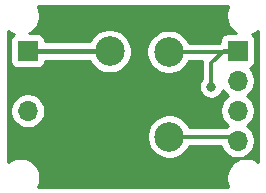
<source format=gbr>
G04 #@! TF.GenerationSoftware,KiCad,Pcbnew,5.1.5+dfsg1-2build2*
G04 #@! TF.CreationDate,2021-08-24T21:15:58+05:30*
G04 #@! TF.ProjectId,AS5600-Encoder-PCB,41533536-3030-42d4-956e-636f6465722d,rev?*
G04 #@! TF.SameCoordinates,Original*
G04 #@! TF.FileFunction,Copper,L2,Bot*
G04 #@! TF.FilePolarity,Positive*
%FSLAX46Y46*%
G04 Gerber Fmt 4.6, Leading zero omitted, Abs format (unit mm)*
G04 Created by KiCad (PCBNEW 5.1.5+dfsg1-2build2) date 2021-08-24 21:15:58*
%MOMM*%
%LPD*%
G04 APERTURE LIST*
%ADD10R,5.000000X2.500000*%
%ADD11O,1.700000X1.700000*%
%ADD12R,1.700000X1.700000*%
%ADD13C,2.500000*%
%ADD14C,0.800000*%
%ADD15C,0.400000*%
%ADD16C,0.300000*%
%ADD17C,0.254000*%
G04 APERTURE END LIST*
D10*
X204910000Y-155040000D03*
D11*
X192890000Y-158970000D03*
X192890000Y-156430000D03*
X192890000Y-153890000D03*
D12*
X192890000Y-151350000D03*
D13*
X204830000Y-151430000D03*
X199820000Y-151370000D03*
X204860000Y-158600000D03*
D11*
X210660000Y-158950000D03*
X210660000Y-156410000D03*
X210660000Y-153870000D03*
D12*
X210660000Y-151330000D03*
D14*
X199780000Y-159890000D03*
X199730000Y-156718000D03*
X196545200Y-156738320D03*
X208430000Y-154380000D03*
D15*
X192910000Y-151370000D02*
X192890000Y-151350000D01*
X199820000Y-151370000D02*
X192910000Y-151370000D01*
D16*
X210660000Y-151330000D02*
X209510000Y-151330000D01*
X208430000Y-153814315D02*
X208430000Y-154380000D01*
X209510000Y-151330000D02*
X208430000Y-152410000D01*
X208430000Y-152410000D02*
X208430000Y-153814315D01*
X210560000Y-151430000D02*
X210660000Y-151330000D01*
X204830000Y-151430000D02*
X210560000Y-151430000D01*
X210310000Y-158600000D02*
X210660000Y-158950000D01*
X204860000Y-158600000D02*
X210310000Y-158600000D01*
D17*
G36*
X209866772Y-147551853D02*
G01*
X209739754Y-147858504D01*
X209675000Y-148184042D01*
X209675000Y-148515958D01*
X209739754Y-148841496D01*
X209866772Y-149148147D01*
X210051175Y-149424125D01*
X210285875Y-149658825D01*
X210559907Y-149841928D01*
X209810000Y-149841928D01*
X209685518Y-149854188D01*
X209565820Y-149890498D01*
X209455506Y-149949463D01*
X209358815Y-150028815D01*
X209279463Y-150125506D01*
X209220498Y-150235820D01*
X209184188Y-150355518D01*
X209171928Y-150480000D01*
X209171928Y-150620601D01*
X209126281Y-150645000D01*
X206545152Y-150645000D01*
X206500466Y-150537118D01*
X206294175Y-150228382D01*
X206031618Y-149965825D01*
X205722882Y-149759534D01*
X205379834Y-149617439D01*
X205015656Y-149545000D01*
X204644344Y-149545000D01*
X204280166Y-149617439D01*
X203937118Y-149759534D01*
X203628382Y-149965825D01*
X203365825Y-150228382D01*
X203159534Y-150537118D01*
X203017439Y-150880166D01*
X202945000Y-151244344D01*
X202945000Y-151615656D01*
X203017439Y-151979834D01*
X203159534Y-152322882D01*
X203365825Y-152631618D01*
X203628382Y-152894175D01*
X203937118Y-153100466D01*
X204280166Y-153242561D01*
X204644344Y-153315000D01*
X205015656Y-153315000D01*
X205379834Y-153242561D01*
X205722882Y-153100466D01*
X206031618Y-152894175D01*
X206294175Y-152631618D01*
X206500466Y-152322882D01*
X206545152Y-152215000D01*
X207668831Y-152215000D01*
X207656359Y-152256114D01*
X207645000Y-152371440D01*
X207645000Y-152371447D01*
X207641203Y-152410000D01*
X207645000Y-152448553D01*
X207645001Y-153701288D01*
X207626063Y-153720226D01*
X207512795Y-153889744D01*
X207434774Y-154078102D01*
X207395000Y-154278061D01*
X207395000Y-154481939D01*
X207434774Y-154681898D01*
X207512795Y-154870256D01*
X207626063Y-155039774D01*
X207770226Y-155183937D01*
X207939744Y-155297205D01*
X208128102Y-155375226D01*
X208328061Y-155415000D01*
X208531939Y-155415000D01*
X208731898Y-155375226D01*
X208920256Y-155297205D01*
X209089774Y-155183937D01*
X209233937Y-155039774D01*
X209347205Y-154870256D01*
X209421886Y-154689961D01*
X209506525Y-154816632D01*
X209713368Y-155023475D01*
X209887760Y-155140000D01*
X209713368Y-155256525D01*
X209506525Y-155463368D01*
X209344010Y-155706589D01*
X209232068Y-155976842D01*
X209175000Y-156263740D01*
X209175000Y-156556260D01*
X209232068Y-156843158D01*
X209344010Y-157113411D01*
X209506525Y-157356632D01*
X209713368Y-157563475D01*
X209887760Y-157680000D01*
X209713368Y-157796525D01*
X209694893Y-157815000D01*
X206575152Y-157815000D01*
X206530466Y-157707118D01*
X206324175Y-157398382D01*
X206061618Y-157135825D01*
X205752882Y-156929534D01*
X205409834Y-156787439D01*
X205045656Y-156715000D01*
X204674344Y-156715000D01*
X204310166Y-156787439D01*
X203967118Y-156929534D01*
X203658382Y-157135825D01*
X203395825Y-157398382D01*
X203189534Y-157707118D01*
X203047439Y-158050166D01*
X202975000Y-158414344D01*
X202975000Y-158785656D01*
X203047439Y-159149834D01*
X203189534Y-159492882D01*
X203395825Y-159801618D01*
X203658382Y-160064175D01*
X203967118Y-160270466D01*
X204310166Y-160412561D01*
X204674344Y-160485000D01*
X205045656Y-160485000D01*
X205409834Y-160412561D01*
X205752882Y-160270466D01*
X206061618Y-160064175D01*
X206324175Y-159801618D01*
X206530466Y-159492882D01*
X206575152Y-159385000D01*
X209232831Y-159385000D01*
X209344010Y-159653411D01*
X209506525Y-159896632D01*
X209713368Y-160103475D01*
X209956589Y-160265990D01*
X210226842Y-160377932D01*
X210513740Y-160435000D01*
X210806260Y-160435000D01*
X211093158Y-160377932D01*
X211363411Y-160265990D01*
X211606632Y-160103475D01*
X211813475Y-159896632D01*
X211975990Y-159653411D01*
X212087932Y-159383158D01*
X212145000Y-159096260D01*
X212145000Y-158803740D01*
X212087932Y-158516842D01*
X211975990Y-158246589D01*
X211813475Y-158003368D01*
X211606632Y-157796525D01*
X211432240Y-157680000D01*
X211606632Y-157563475D01*
X211813475Y-157356632D01*
X211975990Y-157113411D01*
X212087932Y-156843158D01*
X212145000Y-156556260D01*
X212145000Y-156263740D01*
X212087932Y-155976842D01*
X211975990Y-155706589D01*
X211813475Y-155463368D01*
X211606632Y-155256525D01*
X211432240Y-155140000D01*
X211606632Y-155023475D01*
X211813475Y-154816632D01*
X211975990Y-154573411D01*
X212087932Y-154303158D01*
X212145000Y-154016260D01*
X212145000Y-153723740D01*
X212087932Y-153436842D01*
X211975990Y-153166589D01*
X211813475Y-152923368D01*
X211681620Y-152791513D01*
X211754180Y-152769502D01*
X211864494Y-152710537D01*
X211961185Y-152631185D01*
X212040537Y-152534494D01*
X212099502Y-152424180D01*
X212135812Y-152304482D01*
X212148072Y-152180000D01*
X212148072Y-150480000D01*
X212135812Y-150355518D01*
X212099502Y-150235820D01*
X212040537Y-150125506D01*
X211961185Y-150028815D01*
X211876964Y-149959697D01*
X212158147Y-149843228D01*
X212396000Y-149684299D01*
X212396001Y-160725656D01*
X212188147Y-160586772D01*
X211881496Y-160459754D01*
X211555958Y-160395000D01*
X211224042Y-160395000D01*
X210898504Y-160459754D01*
X210591853Y-160586772D01*
X210315875Y-160771175D01*
X210081175Y-161005875D01*
X209896772Y-161281853D01*
X209769754Y-161588504D01*
X209705000Y-161914042D01*
X209705000Y-162245958D01*
X209769754Y-162571496D01*
X209891741Y-162866000D01*
X193778259Y-162866000D01*
X193900246Y-162571496D01*
X193965000Y-162245958D01*
X193965000Y-161914042D01*
X193900246Y-161588504D01*
X193773228Y-161281853D01*
X193588825Y-161005875D01*
X193354125Y-160771175D01*
X193078147Y-160586772D01*
X192771496Y-160459754D01*
X192445958Y-160395000D01*
X192114042Y-160395000D01*
X191788504Y-160459754D01*
X191481853Y-160586772D01*
X191210000Y-160768419D01*
X191210000Y-156283740D01*
X191405000Y-156283740D01*
X191405000Y-156576260D01*
X191462068Y-156863158D01*
X191574010Y-157133411D01*
X191736525Y-157376632D01*
X191943368Y-157583475D01*
X192186589Y-157745990D01*
X192456842Y-157857932D01*
X192743740Y-157915000D01*
X193036260Y-157915000D01*
X193323158Y-157857932D01*
X193593411Y-157745990D01*
X193836632Y-157583475D01*
X194043475Y-157376632D01*
X194205990Y-157133411D01*
X194317932Y-156863158D01*
X194375000Y-156576260D01*
X194375000Y-156283740D01*
X194317932Y-155996842D01*
X194205990Y-155726589D01*
X194043475Y-155483368D01*
X193836632Y-155276525D01*
X193593411Y-155114010D01*
X193323158Y-155002068D01*
X193036260Y-154945000D01*
X192743740Y-154945000D01*
X192456842Y-155002068D01*
X192186589Y-155114010D01*
X191943368Y-155276525D01*
X191736525Y-155483368D01*
X191574010Y-155726589D01*
X191462068Y-155996842D01*
X191405000Y-156283740D01*
X191210000Y-156283740D01*
X191210000Y-149684945D01*
X191461853Y-149853228D01*
X191710377Y-149956169D01*
X191685506Y-149969463D01*
X191588815Y-150048815D01*
X191509463Y-150145506D01*
X191450498Y-150255820D01*
X191414188Y-150375518D01*
X191401928Y-150500000D01*
X191401928Y-152200000D01*
X191414188Y-152324482D01*
X191450498Y-152444180D01*
X191509463Y-152554494D01*
X191588815Y-152651185D01*
X191685506Y-152730537D01*
X191795820Y-152789502D01*
X191915518Y-152825812D01*
X192040000Y-152838072D01*
X193740000Y-152838072D01*
X193864482Y-152825812D01*
X193984180Y-152789502D01*
X194094494Y-152730537D01*
X194191185Y-152651185D01*
X194270537Y-152554494D01*
X194329502Y-152444180D01*
X194365812Y-152324482D01*
X194377580Y-152205000D01*
X198125559Y-152205000D01*
X198149534Y-152262882D01*
X198355825Y-152571618D01*
X198618382Y-152834175D01*
X198927118Y-153040466D01*
X199270166Y-153182561D01*
X199634344Y-153255000D01*
X200005656Y-153255000D01*
X200369834Y-153182561D01*
X200712882Y-153040466D01*
X201021618Y-152834175D01*
X201284175Y-152571618D01*
X201490466Y-152262882D01*
X201632561Y-151919834D01*
X201705000Y-151555656D01*
X201705000Y-151184344D01*
X201632561Y-150820166D01*
X201490466Y-150477118D01*
X201284175Y-150168382D01*
X201021618Y-149905825D01*
X200712882Y-149699534D01*
X200369834Y-149557439D01*
X200005656Y-149485000D01*
X199634344Y-149485000D01*
X199270166Y-149557439D01*
X198927118Y-149699534D01*
X198618382Y-149905825D01*
X198355825Y-150168382D01*
X198149534Y-150477118D01*
X198125559Y-150535000D01*
X194378072Y-150535000D01*
X194378072Y-150500000D01*
X194365812Y-150375518D01*
X194329502Y-150255820D01*
X194270537Y-150145506D01*
X194191185Y-150048815D01*
X194094494Y-149969463D01*
X193984180Y-149910498D01*
X193864482Y-149874188D01*
X193740000Y-149861928D01*
X193037143Y-149861928D01*
X193058147Y-149853228D01*
X193334125Y-149668825D01*
X193568825Y-149434125D01*
X193753228Y-149158147D01*
X193880246Y-148851496D01*
X193945000Y-148525958D01*
X193945000Y-148194042D01*
X193880246Y-147868504D01*
X193753228Y-147561853D01*
X193726599Y-147522000D01*
X209886719Y-147522000D01*
X209866772Y-147551853D01*
G37*
X209866772Y-147551853D02*
X209739754Y-147858504D01*
X209675000Y-148184042D01*
X209675000Y-148515958D01*
X209739754Y-148841496D01*
X209866772Y-149148147D01*
X210051175Y-149424125D01*
X210285875Y-149658825D01*
X210559907Y-149841928D01*
X209810000Y-149841928D01*
X209685518Y-149854188D01*
X209565820Y-149890498D01*
X209455506Y-149949463D01*
X209358815Y-150028815D01*
X209279463Y-150125506D01*
X209220498Y-150235820D01*
X209184188Y-150355518D01*
X209171928Y-150480000D01*
X209171928Y-150620601D01*
X209126281Y-150645000D01*
X206545152Y-150645000D01*
X206500466Y-150537118D01*
X206294175Y-150228382D01*
X206031618Y-149965825D01*
X205722882Y-149759534D01*
X205379834Y-149617439D01*
X205015656Y-149545000D01*
X204644344Y-149545000D01*
X204280166Y-149617439D01*
X203937118Y-149759534D01*
X203628382Y-149965825D01*
X203365825Y-150228382D01*
X203159534Y-150537118D01*
X203017439Y-150880166D01*
X202945000Y-151244344D01*
X202945000Y-151615656D01*
X203017439Y-151979834D01*
X203159534Y-152322882D01*
X203365825Y-152631618D01*
X203628382Y-152894175D01*
X203937118Y-153100466D01*
X204280166Y-153242561D01*
X204644344Y-153315000D01*
X205015656Y-153315000D01*
X205379834Y-153242561D01*
X205722882Y-153100466D01*
X206031618Y-152894175D01*
X206294175Y-152631618D01*
X206500466Y-152322882D01*
X206545152Y-152215000D01*
X207668831Y-152215000D01*
X207656359Y-152256114D01*
X207645000Y-152371440D01*
X207645000Y-152371447D01*
X207641203Y-152410000D01*
X207645000Y-152448553D01*
X207645001Y-153701288D01*
X207626063Y-153720226D01*
X207512795Y-153889744D01*
X207434774Y-154078102D01*
X207395000Y-154278061D01*
X207395000Y-154481939D01*
X207434774Y-154681898D01*
X207512795Y-154870256D01*
X207626063Y-155039774D01*
X207770226Y-155183937D01*
X207939744Y-155297205D01*
X208128102Y-155375226D01*
X208328061Y-155415000D01*
X208531939Y-155415000D01*
X208731898Y-155375226D01*
X208920256Y-155297205D01*
X209089774Y-155183937D01*
X209233937Y-155039774D01*
X209347205Y-154870256D01*
X209421886Y-154689961D01*
X209506525Y-154816632D01*
X209713368Y-155023475D01*
X209887760Y-155140000D01*
X209713368Y-155256525D01*
X209506525Y-155463368D01*
X209344010Y-155706589D01*
X209232068Y-155976842D01*
X209175000Y-156263740D01*
X209175000Y-156556260D01*
X209232068Y-156843158D01*
X209344010Y-157113411D01*
X209506525Y-157356632D01*
X209713368Y-157563475D01*
X209887760Y-157680000D01*
X209713368Y-157796525D01*
X209694893Y-157815000D01*
X206575152Y-157815000D01*
X206530466Y-157707118D01*
X206324175Y-157398382D01*
X206061618Y-157135825D01*
X205752882Y-156929534D01*
X205409834Y-156787439D01*
X205045656Y-156715000D01*
X204674344Y-156715000D01*
X204310166Y-156787439D01*
X203967118Y-156929534D01*
X203658382Y-157135825D01*
X203395825Y-157398382D01*
X203189534Y-157707118D01*
X203047439Y-158050166D01*
X202975000Y-158414344D01*
X202975000Y-158785656D01*
X203047439Y-159149834D01*
X203189534Y-159492882D01*
X203395825Y-159801618D01*
X203658382Y-160064175D01*
X203967118Y-160270466D01*
X204310166Y-160412561D01*
X204674344Y-160485000D01*
X205045656Y-160485000D01*
X205409834Y-160412561D01*
X205752882Y-160270466D01*
X206061618Y-160064175D01*
X206324175Y-159801618D01*
X206530466Y-159492882D01*
X206575152Y-159385000D01*
X209232831Y-159385000D01*
X209344010Y-159653411D01*
X209506525Y-159896632D01*
X209713368Y-160103475D01*
X209956589Y-160265990D01*
X210226842Y-160377932D01*
X210513740Y-160435000D01*
X210806260Y-160435000D01*
X211093158Y-160377932D01*
X211363411Y-160265990D01*
X211606632Y-160103475D01*
X211813475Y-159896632D01*
X211975990Y-159653411D01*
X212087932Y-159383158D01*
X212145000Y-159096260D01*
X212145000Y-158803740D01*
X212087932Y-158516842D01*
X211975990Y-158246589D01*
X211813475Y-158003368D01*
X211606632Y-157796525D01*
X211432240Y-157680000D01*
X211606632Y-157563475D01*
X211813475Y-157356632D01*
X211975990Y-157113411D01*
X212087932Y-156843158D01*
X212145000Y-156556260D01*
X212145000Y-156263740D01*
X212087932Y-155976842D01*
X211975990Y-155706589D01*
X211813475Y-155463368D01*
X211606632Y-155256525D01*
X211432240Y-155140000D01*
X211606632Y-155023475D01*
X211813475Y-154816632D01*
X211975990Y-154573411D01*
X212087932Y-154303158D01*
X212145000Y-154016260D01*
X212145000Y-153723740D01*
X212087932Y-153436842D01*
X211975990Y-153166589D01*
X211813475Y-152923368D01*
X211681620Y-152791513D01*
X211754180Y-152769502D01*
X211864494Y-152710537D01*
X211961185Y-152631185D01*
X212040537Y-152534494D01*
X212099502Y-152424180D01*
X212135812Y-152304482D01*
X212148072Y-152180000D01*
X212148072Y-150480000D01*
X212135812Y-150355518D01*
X212099502Y-150235820D01*
X212040537Y-150125506D01*
X211961185Y-150028815D01*
X211876964Y-149959697D01*
X212158147Y-149843228D01*
X212396000Y-149684299D01*
X212396001Y-160725656D01*
X212188147Y-160586772D01*
X211881496Y-160459754D01*
X211555958Y-160395000D01*
X211224042Y-160395000D01*
X210898504Y-160459754D01*
X210591853Y-160586772D01*
X210315875Y-160771175D01*
X210081175Y-161005875D01*
X209896772Y-161281853D01*
X209769754Y-161588504D01*
X209705000Y-161914042D01*
X209705000Y-162245958D01*
X209769754Y-162571496D01*
X209891741Y-162866000D01*
X193778259Y-162866000D01*
X193900246Y-162571496D01*
X193965000Y-162245958D01*
X193965000Y-161914042D01*
X193900246Y-161588504D01*
X193773228Y-161281853D01*
X193588825Y-161005875D01*
X193354125Y-160771175D01*
X193078147Y-160586772D01*
X192771496Y-160459754D01*
X192445958Y-160395000D01*
X192114042Y-160395000D01*
X191788504Y-160459754D01*
X191481853Y-160586772D01*
X191210000Y-160768419D01*
X191210000Y-156283740D01*
X191405000Y-156283740D01*
X191405000Y-156576260D01*
X191462068Y-156863158D01*
X191574010Y-157133411D01*
X191736525Y-157376632D01*
X191943368Y-157583475D01*
X192186589Y-157745990D01*
X192456842Y-157857932D01*
X192743740Y-157915000D01*
X193036260Y-157915000D01*
X193323158Y-157857932D01*
X193593411Y-157745990D01*
X193836632Y-157583475D01*
X194043475Y-157376632D01*
X194205990Y-157133411D01*
X194317932Y-156863158D01*
X194375000Y-156576260D01*
X194375000Y-156283740D01*
X194317932Y-155996842D01*
X194205990Y-155726589D01*
X194043475Y-155483368D01*
X193836632Y-155276525D01*
X193593411Y-155114010D01*
X193323158Y-155002068D01*
X193036260Y-154945000D01*
X192743740Y-154945000D01*
X192456842Y-155002068D01*
X192186589Y-155114010D01*
X191943368Y-155276525D01*
X191736525Y-155483368D01*
X191574010Y-155726589D01*
X191462068Y-155996842D01*
X191405000Y-156283740D01*
X191210000Y-156283740D01*
X191210000Y-149684945D01*
X191461853Y-149853228D01*
X191710377Y-149956169D01*
X191685506Y-149969463D01*
X191588815Y-150048815D01*
X191509463Y-150145506D01*
X191450498Y-150255820D01*
X191414188Y-150375518D01*
X191401928Y-150500000D01*
X191401928Y-152200000D01*
X191414188Y-152324482D01*
X191450498Y-152444180D01*
X191509463Y-152554494D01*
X191588815Y-152651185D01*
X191685506Y-152730537D01*
X191795820Y-152789502D01*
X191915518Y-152825812D01*
X192040000Y-152838072D01*
X193740000Y-152838072D01*
X193864482Y-152825812D01*
X193984180Y-152789502D01*
X194094494Y-152730537D01*
X194191185Y-152651185D01*
X194270537Y-152554494D01*
X194329502Y-152444180D01*
X194365812Y-152324482D01*
X194377580Y-152205000D01*
X198125559Y-152205000D01*
X198149534Y-152262882D01*
X198355825Y-152571618D01*
X198618382Y-152834175D01*
X198927118Y-153040466D01*
X199270166Y-153182561D01*
X199634344Y-153255000D01*
X200005656Y-153255000D01*
X200369834Y-153182561D01*
X200712882Y-153040466D01*
X201021618Y-152834175D01*
X201284175Y-152571618D01*
X201490466Y-152262882D01*
X201632561Y-151919834D01*
X201705000Y-151555656D01*
X201705000Y-151184344D01*
X201632561Y-150820166D01*
X201490466Y-150477118D01*
X201284175Y-150168382D01*
X201021618Y-149905825D01*
X200712882Y-149699534D01*
X200369834Y-149557439D01*
X200005656Y-149485000D01*
X199634344Y-149485000D01*
X199270166Y-149557439D01*
X198927118Y-149699534D01*
X198618382Y-149905825D01*
X198355825Y-150168382D01*
X198149534Y-150477118D01*
X198125559Y-150535000D01*
X194378072Y-150535000D01*
X194378072Y-150500000D01*
X194365812Y-150375518D01*
X194329502Y-150255820D01*
X194270537Y-150145506D01*
X194191185Y-150048815D01*
X194094494Y-149969463D01*
X193984180Y-149910498D01*
X193864482Y-149874188D01*
X193740000Y-149861928D01*
X193037143Y-149861928D01*
X193058147Y-149853228D01*
X193334125Y-149668825D01*
X193568825Y-149434125D01*
X193753228Y-149158147D01*
X193880246Y-148851496D01*
X193945000Y-148525958D01*
X193945000Y-148194042D01*
X193880246Y-147868504D01*
X193753228Y-147561853D01*
X193726599Y-147522000D01*
X209886719Y-147522000D01*
X209866772Y-147551853D01*
M02*

</source>
